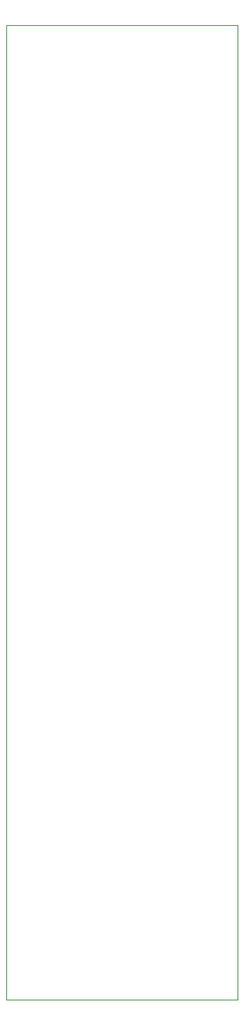
<source format=gbr>
%TF.GenerationSoftware,KiCad,Pcbnew,8.0.3*%
%TF.CreationDate,2024-06-28T16:48:33+02:00*%
%TF.ProjectId,pro micro nintendo adapter,70726f20-6d69-4637-926f-206e696e7465,rev?*%
%TF.SameCoordinates,Original*%
%TF.FileFunction,Profile,NP*%
%FSLAX46Y46*%
G04 Gerber Fmt 4.6, Leading zero omitted, Abs format (unit mm)*
G04 Created by KiCad (PCBNEW 8.0.3) date 2024-06-28 16:48:33*
%MOMM*%
%LPD*%
G01*
G04 APERTURE LIST*
%TA.AperFunction,Profile*%
%ADD10C,0.050000*%
%TD*%
G04 APERTURE END LIST*
D10*
X119072000Y-45212000D02*
X144072000Y-45212000D01*
X144072000Y-150212000D01*
X119072000Y-150212000D01*
X119072000Y-45212000D01*
M02*

</source>
